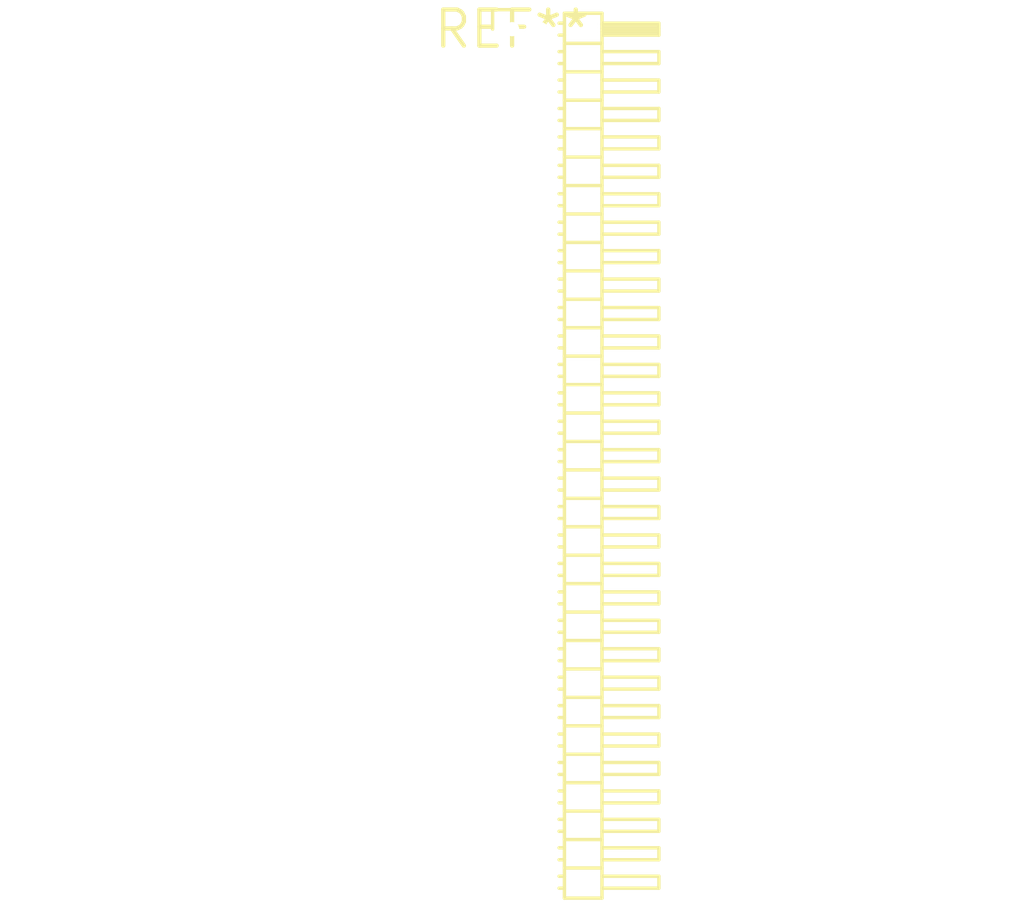
<source format=kicad_pcb>
(kicad_pcb (version 20240108) (generator pcbnew)
  (layers (0 "F.Cu" signal) (31 "B.Cu" signal) (34 "B.Paste" user) (35 "F.Paste" user) (36 "B.SilkS" user "B.Silkscreen") (37 "F.SilkS" user "F.Silkscreen") (38 "B.Mask" user) (39 "F.Mask" user) (44 "Edge.Cuts" user))
  (net 0 "")
  (footprint "PinHeader_2x31_P1.00mm_Horizontal" (layer "F.Cu") (at 0 0)
    (property "Reference" "REF**")
    (property "Value" "PinHeader_2x31_P1.00mm_Horizontal")
    (fp_line (start -0.685 -0.685) (end 0 -0.685) (layer "F.SilkS") (stroke (width 0.12)))
    (fp_line (start -0.685 0) (end -0.685 -0.685) (layer "F.SilkS") (stroke (width 0.12)))
    (fp_line (start 1.652016 -0.21) (end 1.84 -0.21) (layer "F.SilkS") (stroke (width 0.12)))
    (fp_line (start 1.652016 0.21) (end 1.84 0.21) (layer "F.SilkS") (stroke (width 0.12)))
    (fp_line (start 1.652016 0.79) (end 1.84 0.79) (layer "F.SilkS") (stroke (width 0.12)))
    (fp_line (start 1.652016 1.21) (end 1.84 1.21) (layer "F.SilkS") (stroke (width 0.12)))
    (fp_line (start 1.652016 1.79) (end 1.84 1.79) (layer "F.SilkS") (stroke (width 0.12)))
    (fp_line (start 1.652016 2.21) (end 1.84 2.21) (layer "F.SilkS") (stroke (width 0.12)))
    (fp_line (start 1.652016 2.79) (end 1.84 2.79) (layer "F.SilkS") (stroke (width 0.12)))
    (fp_line (start 1.652016 3.21) (end 1.84 3.21) (layer "F.SilkS") (stroke (width 0.12)))
    (fp_line (start 1.652016 3.79) (end 1.84 3.79) (layer "F.SilkS") (stroke (width 0.12)))
    (fp_line (start 1.652016 4.21) (end 1.84 4.21) (layer "F.SilkS") (stroke (width 0.12)))
    (fp_line (start 1.652016 4.79) (end 1.84 4.79) (layer "F.SilkS") (stroke (width 0.12)))
    (fp_line (start 1.652016 5.21) (end 1.84 5.21) (layer "F.SilkS") (stroke (width 0.12)))
    (fp_line (start 1.652016 5.79) (end 1.84 5.79) (layer "F.SilkS") (stroke (width 0.12)))
    (fp_line (start 1.652016 6.21) (end 1.84 6.21) (layer "F.SilkS") (stroke (width 0.12)))
    (fp_line (start 1.652016 6.79) (end 1.84 6.79) (layer "F.SilkS") (stroke (width 0.12)))
    (fp_line (start 1.652016 7.21) (end 1.84 7.21) (layer "F.SilkS") (stroke (width 0.12)))
    (fp_line (start 1.652016 7.79) (end 1.84 7.79) (layer "F.SilkS") (stroke (width 0.12)))
    (fp_line (start 1.652016 8.21) (end 1.84 8.21) (layer "F.SilkS") (stroke (width 0.12)))
    (fp_line (start 1.652016 8.79) (end 1.84 8.79) (layer "F.SilkS") (stroke (width 0.12)))
    (fp_line (start 1.652016 9.21) (end 1.84 9.21) (layer "F.SilkS") (stroke (width 0.12)))
    (fp_line (start 1.652016 9.79) (end 1.84 9.79) (layer "F.SilkS") (stroke (width 0.12)))
    (fp_line (start 1.652016 10.21) (end 1.84 10.21) (layer "F.SilkS") (stroke (width 0.12)))
    (fp_line (start 1.652016 10.79) (end 1.84 10.79) (layer "F.SilkS") (stroke (width 0.12)))
    (fp_line (start 1.652016 11.21) (end 1.84 11.21) (layer "F.SilkS") (stroke (width 0.12)))
    (fp_line (start 1.652016 11.79) (end 1.84 11.79) (layer "F.SilkS") (stroke (width 0.12)))
    (fp_line (start 1.652016 12.21) (end 1.84 12.21) (layer "F.SilkS") (stroke (width 0.12)))
    (fp_line (start 1.652016 12.79) (end 1.84 12.79) (layer "F.SilkS") (stroke (width 0.12)))
    (fp_line (start 1.652016 13.21) (end 1.84 13.21) (layer "F.SilkS") (stroke (width 0.12)))
    (fp_line (start 1.652016 13.79) (end 1.84 13.79) (layer "F.SilkS") (stroke (width 0.12)))
    (fp_line (start 1.652016 14.21) (end 1.84 14.21) (layer "F.SilkS") (stroke (width 0.12)))
    (fp_line (start 1.652016 14.79) (end 1.84 14.79) (layer "F.SilkS") (stroke (width 0.12)))
    (fp_line (start 1.652016 15.21) (end 1.84 15.21) (layer "F.SilkS") (stroke (width 0.12)))
    (fp_line (start 1.652016 15.79) (end 1.84 15.79) (layer "F.SilkS") (stroke (width 0.12)))
    (fp_line (start 1.652016 16.21) (end 1.84 16.21) (layer "F.SilkS") (stroke (width 0.12)))
    (fp_line (start 1.652016 16.79) (end 1.84 16.79) (layer "F.SilkS") (stroke (width 0.12)))
    (fp_line (start 1.652016 17.21) (end 1.84 17.21) (layer "F.SilkS") (stroke (width 0.12)))
    (fp_line (start 1.652016 17.79) (end 1.84 17.79) (layer "F.SilkS") (stroke (width 0.12)))
    (fp_line (start 1.652016 18.21) (end 1.84 18.21) (layer "F.SilkS") (stroke (width 0.12)))
    (fp_line (start 1.652016 18.79) (end 1.84 18.79) (layer "F.SilkS") (stroke (width 0.12)))
    (fp_line (start 1.652016 19.21) (end 1.84 19.21) (layer "F.SilkS") (stroke (width 0.12)))
    (fp_line (start 1.652016 19.79) (end 1.84 19.79) (layer "F.SilkS") (stroke (width 0.12)))
    (fp_line (start 1.652016 20.21) (end 1.84 20.21) (layer "F.SilkS") (stroke (width 0.12)))
    (fp_line (start 1.652016 20.79) (end 1.84 20.79) (layer "F.SilkS") (stroke (width 0.12)))
    (fp_line (start 1.652016 21.21) (end 1.84 21.21) (layer "F.SilkS") (stroke (width 0.12)))
    (fp_line (start 1.652016 21.79) (end 1.84 21.79) (layer "F.SilkS") (stroke (width 0.12)))
    (fp_line (start 1.652016 22.21) (end 1.84 22.21) (layer "F.SilkS") (stroke (width 0.12)))
    (fp_line (start 1.652016 22.79) (end 1.84 22.79) (layer "F.SilkS") (stroke (width 0.12)))
    (fp_line (start 1.652016 23.21) (end 1.84 23.21) (layer "F.SilkS") (stroke (width 0.12)))
    (fp_line (start 1.652016 23.79) (end 1.84 23.79) (layer "F.SilkS") (stroke (width 0.12)))
    (fp_line (start 1.652016 24.21) (end 1.84 24.21) (layer "F.SilkS") (stroke (width 0.12)))
    (fp_line (start 1.652016 24.79) (end 1.84 24.79) (layer "F.SilkS") (stroke (width 0.12)))
    (fp_line (start 1.652016 25.21) (end 1.84 25.21) (layer "F.SilkS") (stroke (width 0.12)))
    (fp_line (start 1.652016 25.79) (end 1.84 25.79) (layer "F.SilkS") (stroke (width 0.12)))
    (fp_line (start 1.652016 26.21) (end 1.84 26.21) (layer "F.SilkS") (stroke (width 0.12)))
    (fp_line (start 1.652016 26.79) (end 1.84 26.79) (layer "F.SilkS") (stroke (width 0.12)))
    (fp_line (start 1.652016 27.21) (end 1.84 27.21) (layer "F.SilkS") (stroke (width 0.12)))
    (fp_line (start 1.652016 27.79) (end 1.84 27.79) (layer "F.SilkS") (stroke (width 0.12)))
    (fp_line (start 1.652016 28.21) (end 1.84 28.21) (layer "F.SilkS") (stroke (width 0.12)))
    (fp_line (start 1.652016 28.79) (end 1.84 28.79) (layer "F.SilkS") (stroke (width 0.12)))
    (fp_line (start 1.652016 29.21) (end 1.84 29.21) (layer "F.SilkS") (stroke (width 0.12)))
    (fp_line (start 1.652016 29.79) (end 1.84 29.79) (layer "F.SilkS") (stroke (width 0.12)))
    (fp_line (start 1.652016 30.21) (end 1.84 30.21) (layer "F.SilkS") (stroke (width 0.12)))
    (fp_line (start 1.84 -0.56) (end 1.84 30.56) (layer "F.SilkS") (stroke (width 0.12)))
    (fp_line (start 1.84 0.5) (end 3.16 0.5) (layer "F.SilkS") (stroke (width 0.12)))
    (fp_line (start 1.84 1.5) (end 3.16 1.5) (layer "F.SilkS") (stroke (width 0.12)))
    (fp_line (start 1.84 2.5) (end 3.16 2.5) (layer "F.SilkS") (stroke (width 0.12)))
    (fp_line (start 1.84 3.5) (end 3.16 3.5) (layer "F.SilkS") (stroke (width 0.12)))
    (fp_line (start 1.84 4.5) (end 3.16 4.5) (layer "F.SilkS") (stroke (width 0.12)))
    (fp_line (start 1.84 5.5) (end 3.16 5.5) (layer "F.SilkS") (stroke (width 0.12)))
    (fp_line (start 1.84 6.5) (end 3.16 6.5) (layer "F.SilkS") (stroke (width 0.12)))
    (fp_line (start 1.84 7.5) (end 3.16 7.5) (layer "F.SilkS") (stroke (width 0.12)))
    (fp_line (start 1.84 8.5) (end 3.16 8.5) (layer "F.SilkS") (stroke (width 0.12)))
    (fp_line (start 1.84 9.5) (end 3.16 9.5) (layer "F.SilkS") (stroke (width 0.12)))
    (fp_line (start 1.84 10.5) (end 3.16 10.5) (layer "F.SilkS") (stroke (width 0.12)))
    (fp_line (start 1.84 11.5) (end 3.16 11.5) (layer "F.SilkS") (stroke (width 0.12)))
    (fp_line (start 1.84 12.5) (end 3.16 12.5) (layer "F.SilkS") (stroke (width 0.12)))
    (fp_line (start 1.84 13.5) (end 3.16 13.5) (layer "F.SilkS") (stroke (width 0.12)))
    (fp_line (start 1.84 14.5) (end 3.16 14.5) (layer "F.SilkS") (stroke (width 0.12)))
    (fp_line (start 1.84 15.5) (end 3.16 15.5) (layer "F.SilkS") (stroke (width 0.12)))
    (fp_line (start 1.84 16.5) (end 3.16 16.5) (layer "F.SilkS") (stroke (width 0.12)))
    (fp_line (start 1.84 17.5) (end 3.16 17.5) (layer "F.SilkS") (stroke (width 0.12)))
    (fp_line (start 1.84 18.5) (end 3.16 18.5) (layer "F.SilkS") (stroke (width 0.12)))
    (fp_line (start 1.84 19.5) (end 3.16 19.5) (layer "F.SilkS") (stroke (width 0.12)))
    (fp_line (start 1.84 20.5) (end 3.16 20.5) (layer "F.SilkS") (stroke (width 0.12)))
    (fp_line (start 1.84 21.5) (end 3.16 21.5) (layer "F.SilkS") (stroke (width 0.12)))
    (fp_line (start 1.84 22.5) (end 3.16 22.5) (layer "F.SilkS") (stroke (width 0.12)))
    (fp_line (start 1.84 23.5) (end 3.16 23.5) (layer "F.SilkS") (stroke (width 0.12)))
    (fp_line (start 1.84 24.5) (end 3.16 24.5) (layer "F.SilkS") (stroke (width 0.12)))
    (fp_line (start 1.84 25.5) (end 3.16 25.5) (layer "F.SilkS") (stroke (width 0.12)))
    (fp_line (start 1.84 26.5) (end 3.16 26.5) (layer "F.SilkS") (stroke (width 0.12)))
    (fp_line (start 1.84 27.5) (end 3.16 27.5) (layer "F.SilkS") (stroke (width 0.12)))
    (fp_line (start 1.84 28.5) (end 3.16 28.5) (layer "F.SilkS") (stroke (width 0.12)))
    (fp_line (start 1.84 29.5) (end 3.16 29.5) (layer "F.SilkS") (stroke (width 0.12)))
    (fp_line (start 1.84 30.56) (end 3.16 30.56) (layer "F.SilkS") (stroke (width 0.12)))
    (fp_line (start 3.16 -0.56) (end 1.84 -0.56) (layer "F.SilkS") (stroke (width 0.12)))
    (fp_line (start 3.16 -0.21) (end 5.16 -0.21) (layer "F.SilkS") (stroke (width 0.12)))
    (fp_line (start 3.16 -0.15) (end 5.16 -0.15) (layer "F.SilkS") (stroke (width 0.12)))
    (fp_line (start 3.16 -0.03) (end 5.16 -0.03) (layer "F.SilkS") (stroke (width 0.12)))
    (fp_line (start 3.16 0.09) (end 5.16 0.09) (layer "F.SilkS") (stroke (width 0.12)))
    (fp_line (start 3.16 0.79) (end 5.16 0.79) (layer "F.SilkS") (stroke (width 0.12)))
    (fp_line (start 3.16 1.79) (end 5.16 1.79) (layer "F.SilkS") (stroke (width 0.12)))
    (fp_line (start 3.16 2.79) (end 5.16 2.79) (layer "F.SilkS") (stroke (width 0.12)))
    (fp_line (start 3.16 3.79) (end 5.16 3.79) (layer "F.SilkS") (stroke (width 0.12)))
    (fp_line (start 3.16 4.79) (end 5.16 4.79) (layer "F.SilkS") (stroke (width 0.12)))
    (fp_line (start 3.16 5.79) (end 5.16 5.79) (layer "F.SilkS") (stroke (width 0.12)))
    (fp_line (start 3.16 6.79) (end 5.16 6.79) (layer "F.SilkS") (stroke (width 0.12)))
    (fp_line (start 3.16 7.79) (end 5.16 7.79) (layer "F.SilkS") (stroke (width 0.12)))
    (fp_line (start 3.16 8.79) (end 5.16 8.79) (layer "F.SilkS") (stroke (width 0.12)))
    (fp_line (start 3.16 9.79) (end 5.16 9.79) (layer "F.SilkS") (stroke (width 0.12)))
    (fp_line (start 3.16 10.79) (end 5.16 10.79) (layer "F.SilkS") (stroke (width 0.12)))
    (fp_line (start 3.16 11.79) (end 5.16 11.79) (layer "F.SilkS") (stroke (width 0.12)))
    (fp_line (start 3.16 12.79) (end 5.16 12.79) (layer "F.SilkS") (stroke (width 0.12)))
    (fp_line (start 3.16 13.79) (end 5.16 13.79) (layer "F.SilkS") (stroke (width 0.12)))
    (fp_line (start 3.16 14.79) (end 5.16 14.79) (layer "F.SilkS") (stroke (width 0.12)))
    (fp_line (start 3.16 15.79) (end 5.16 15.79) (layer "F.SilkS") (stroke (width 0.12)))
    (fp_line (start 3.16 16.79) (end 5.16 16.79) (layer "F.SilkS") (stroke (width 0.12)))
    (fp_line (start 3.16 17.79) (end 5.16 17.79) (layer "F.SilkS") (stroke (width 0.12)))
    (fp_line (start 3.16 18.79) (end 5.16 18.79) (layer "F.SilkS") (stroke (width 0.12)))
    (fp_line (start 3.16 19.79) (end 5.16 19.79) (layer "F.SilkS") (stroke (width 0.12)))
    (fp_line (start 3.16 20.79) (end 5.16 20.79) (layer "F.SilkS") (stroke (width 0.12)))
    (fp_line (start 3.16 21.79) (end 5.16 21.79) (layer "F.SilkS") (stroke (width 0.12)))
    (fp_line (start 3.16 22.79) (end 5.16 22.79) (layer "F.SilkS") (stroke (width 0.12)))
    (fp_line (start 3.16 23.79) (end 5.16 23.79) (layer "F.SilkS") (stroke (width 0.12)))
    (fp_line (start 3.16 24.79) (end 5.16 24.79) (layer "F.SilkS") (stroke (width 0.12)))
    (fp_line (start 3.16 25.79) (end 5.16 25.79) (layer "F.SilkS") (stroke (width 0.12)))
    (fp_line (start 3.16 26.79) (end 5.16 26.79) (layer "F.SilkS") (stroke (width 0.12)))
    (fp_line (start 3.16 27.79) (end 5.16 27.79) (layer "F.SilkS") (stroke (width 0.12)))
    (fp_line (start 3.16 28.79) (end 5.16 28.79) (layer "F.SilkS") (stroke (width 0.12)))
    (fp_line (start 3.16 29.79) (end 5.16 29.79) (layer "F.SilkS") (stroke (width 0.12)))
    (fp_line (start 3.16 30.56) (end 3.16 -0.56) (layer "F.SilkS") (stroke (width 0.12)))
    (fp_line (start 5.16 -0.21) (end 5.16 0.21) (layer "F.SilkS") (stroke (width 0.12)))
    (fp_line (start 5.16 0.21) (end 3.16 0.21) (layer "F.SilkS") (stroke (width 0.12)))
    (fp_line (start 5.16 0.79) (end 5.16 1.21) (layer "F.SilkS") (stroke (width 0.12)))
    (fp_line (start 5.16 1.21) (end 3.16 1.21) (layer "F.SilkS") (stroke (width 0.12)))
    (fp_line (start 5.16 1.79) (end 5.16 2.21) (layer "F.SilkS") (stroke (width 0.12)))
    (fp_line (start 5.16 2.21) (end 3.16 2.21) (layer "F.SilkS") (stroke (width 0.12)))
    (fp_line (start 5.16 2.79) (end 5.16 3.21) (layer "F.SilkS") (stroke (width 0.12)))
    (fp_line (start 5.16 3.21) (end 3.16 3.21) (layer "F.SilkS") (stroke (width 0.12)))
    (fp_line (start 5.16 3.79) (end 5.16 4.21) (layer "F.SilkS") (stroke (width 0.12)))
    (fp_line (start 5.16 4.21) (end 3.16 4.21) (layer "F.SilkS") (stroke (width 0.12)))
    (fp_line (start 5.16 4.79) (end 5.16 5.21) (layer "F.SilkS") (stroke (width 0.12)))
    (fp_line (start 5.16 5.21) (end 3.16 5.21) (layer "F.SilkS") (stroke (width 0.12)))
    (fp_line (start 5.16 5.79) (end 5.16 6.21) (layer "F.SilkS") (stroke (width 0.12)))
    (fp_line (start 5.16 6.21) (end 3.16 6.21) (layer "F.SilkS") (stroke (width 0.12)))
    (fp_line (start 5.16 6.79) (end 5.16 7.21) (layer "F.SilkS") (stroke (width 0.12)))
    (fp_line (start 5.16 7.21) (end 3.16 7.21) (layer "F.SilkS") (stroke (width 0.12)))
    (fp_line (start 5.16 7.79) (end 5.16 8.21) (layer "F.SilkS") (stroke (width 0.12)))
    (fp_line (start 5.16 8.21) (end 3.16 8.21) (layer "F.SilkS") (stroke (width 0.12)))
    (fp_line (start 5.16 8.79) (end 5.16 9.21) (layer "F.SilkS") (stroke (width 0.12)))
    (fp_line (start 5.16 9.21) (end 3.16 9.21) (layer "F.SilkS") (stroke (width 0.12)))
    (fp_line (start 5.16 9.79) (end 5.16 10.21) (layer "F.SilkS") (stroke (width 0.12)))
    (fp_line (start 5.16 10.21) (end 3.16 10.21) (layer "F.SilkS") (stroke (width 0.12)))
    (fp_line (start 5.16 10.79) (end 5.16 11.21) (layer "F.SilkS") (stroke (width 0.12)))
    (fp_line (start 5.16 11.21) (end 3.16 11.21) (layer "F.SilkS") (stroke (width 0.12)))
    (fp_line (start 5.16 11.79) (end 5.16 12.21) (layer "F.SilkS") (stroke (width 0.12)))
    (fp_line (start 5.16 12.21) (end 3.16 12.21) (layer "F.SilkS") (stroke (width 0.12)))
    (fp_line (start 5.16 12.79) (end 5.16 13.21) (layer "F.SilkS") (stroke (width 0.12)))
    (fp_line (start 5.16 13.21) (end 3.16 13.21) (layer "F.SilkS") (stroke (width 0.12)))
    (fp_line (start 5.16 13.79) (end 5.16 14.21) (layer "F.SilkS") (stroke (width 0.12)))
    (fp_line (start 5.16 14.21) (end 3.16 14.21) (layer "F.SilkS") (stroke (width 0.12)))
    (fp_line (start 5.16 14.79) (end 5.16 15.21) (layer "F.SilkS") (stroke (width 0.12)))
    (fp_line (start 5.16 15.21) (end 3.16 15.21) (layer "F.SilkS") (stroke (width 0.12)))
    (fp_line (start 5.16 15.79) (end 5.16 16.21) (layer "F.SilkS") (stroke (width 0.12)))
    (fp_line (start 5.16 16.21) (end 3.16 16.21) (layer "F.SilkS") (stroke (width 0.12)))
    (fp_line (start 5.16 16.79) (end 5.16 17.21) (layer "F.SilkS") (stroke (width 0.12)))
    (fp_line (start 5.16 17.21) (end 3.16 17.21) (layer "F.SilkS") (stroke (width 0.12)))
    (fp_line (start 5.16 17.79) (end 5.16 18.21) (layer "F.SilkS") (stroke (width 0.12)))
    (fp_line (start 5.16 18.21) (end 3.16 18.21) (layer "F.SilkS") (stroke (width 0.12)))
    (fp_line (start 5.16 18.79) (end 5.16 19.21) (layer "F.SilkS") (stroke (width 0.12)))
    (fp_line (start 5.16 19.21) (end 3.16 19.21) (layer "F.SilkS") (stroke (width 0.12)))
    (fp_line (start 5.16 19.79) (end 5.16 20.21) (layer "F.SilkS") (stroke (width 0.12)))
    (fp_line (start 5.16 20.21) (end 3.16 20.21) (layer "F.SilkS") (stroke (width 0.12)))
    (fp_line (start 5.16 20.79) (end 5.16 21.21) (layer "F.SilkS") (stroke (width 0.12)))
    (fp_line (start 5.16 21.21) (end 3.16 21.21) (layer "F.SilkS") (stroke (width 0.12)))
    (fp_line (start 5.16 21.79) (end 5.16 22.21) (layer "F.SilkS") (stroke (width 0.12)))
    (fp_line (start 5.16 22.21) (end 3.16 22.21) (layer "F.SilkS") (stroke (width 0.12)))
    (fp_line (start 5.16 22.79) (end 5.16 23.21) (layer "F.SilkS") (stroke (width 0.12)))
    (fp_line (start 5.16 23.21) (end 3.16 23.21) (layer "F.SilkS") (stroke (width 0.12)))
    (fp_line (start 5.16 23.79) (end 5.16 24.21) (layer "F.SilkS") (stroke (width 0.12)))
    (fp_line (start 5.16 24.21) (end 3.16 24.21) (layer "F.SilkS") (stroke (width 0.12)))
    (fp_line (start 5.16 24.79) (end 5.16 25.21) (layer "F.SilkS") (stroke (width 0.12)))
    (fp_line (start 5.16 25.21) (end 3.16 25.21) (layer "F.SilkS") (stroke (width 0.12)))
    (fp_line (start 5.16 25.79) (end 5.16 26.21) (layer "F.SilkS") (stroke (width 0.12)))
    (fp_line (start 5.16 26.21) (end 3.16 26.21) (layer "F.SilkS") (stroke (width 0.12)))
    (fp_line (start 5.16 26.79) (end 5.16 27.21) (layer "F.SilkS") (stroke (width 0.12)))
    (fp_line (start 5.16 27.21) (end 3.16 27.21) (layer "F.SilkS") (stroke (width 0.12)))
    (fp_line (start 5.16 27.79) (end 5.16 28.21) (layer "F.SilkS") (stroke (width 0.12)))
    (fp_line (start 5.16 28.21) (end 3.16 28.21) (layer "F.SilkS") (stroke (width 0.12)))
    (fp_line (start 5.16 28.79) (end 5.16 29.21) (layer "F.SilkS") (stroke (width 0.12)))
    (fp_line (start 5.16 29.21) (end 3.16 29.21) (layer "F.SilkS") (stroke (width 0.12)))
    (fp_line (start 5.16 29.79) (end 5.16 30.21) (layer "F.SilkS") (stroke (width 0.12)))
    (fp_line (start 5.16 30.21) (end 3.16 30.21) (layer "F.SilkS") (stroke (width 0.12)))
    (pad "1" thru_hole rect (at 0 0) (size 0.85 0.85) (drill 0.5) (layers *.Cu *.Mask) (remove_unused_layers))
    (pad "2" thru_hole oval (at 1 0) (size 0.85 0.85) (drill 0.5) (layers *.Cu *.Mask) (remove_unused_layers))
    (pad "3" thru_hole oval (at 0 1) (size 0.85 0.85) (drill 0.5) (layers *.Cu *.Mask) (remove_unused_layers))
    (pad "4" thru_hole oval (at 1 1) (size 0.85 0.85) (drill 0.5) (layers *.Cu *.Mask) (remove_unused_layers))
    (pad "5" thru_hole oval (at 0 2) (size 0.85 0.85) (drill 0.5) (layers *.Cu *.Mask) (remove_unused_layers))
    (pad "6" thru_hole oval (at 1 2) (size 0.85 0.85) (drill 0.5) (layers *.Cu *.Mask) (remove_unused_layers))
    (pad "7" thru_hole oval (at 0 3) (size 0.85 0.85) (drill 0.5) (layers *.Cu *.Mask) (remove_unused_layers))
    (pad "8" thru_hole oval (at 1 3) (size 0.85 0.85) (drill 0.5) (layers *.Cu *.Mask) (remove_unused_layers))
    (pad "9" thru_hole oval (at 0 4) (size 0.85 0.85) (drill 0.5) (layers *.Cu *.Mask) (remove_unused_layers))
    (pad "10" thru_hole oval (at 1 4) (size 0.85 0.85) (drill 0.5) (layers *.Cu *.Mask) (remove_unused_layers))
    (pad "11" thru_hole oval (at 0 5) (size 0.85 0.85) (drill 0.5) (layers *.Cu *.Mask) (remove_unused_layers))
    (pad "12" thru_hole oval (at 1 5) (size 0.85 0.85) (drill 0.5) (layers *.Cu *.Mask) (remove_unused_layers))
    (pad "13" thru_hole oval (at 0 6) (size 0.85 0.85) (drill 0.5) (layers *.Cu *.Mask) (remove_unused_layers))
    (pad "14" thru_hole oval (at 1 6) (size 0.85 0.85) (drill 0.5) (layers *.Cu *.Mask) (remove_unused_layers))
    (pad "15" thru_hole oval (at 0 7) (size 0.85 0.85) (drill 0.5) (layers *.Cu *.Mask) (remove_unused_layers))
    (pad "16" thru_hole oval (at 1 7) (size 0.85 0.85) (drill 0.5) (layers *.Cu *.Mask) (remove_unused_layers))
    (pad "17" thru_hole oval (at 0 8) (size 0.85 0.85) (drill 0.5) (layers *.Cu *.Mask) (remove_unused_layers))
    (pad "18" thru_hole oval (at 1 8) (size 0.85 0.85) (drill 0.5) (layers *.Cu *.Mask) (remove_unused_layers))
    (pad "19" thru_hole oval (at 0 9) (size 0.85 0.85) (drill 0.5) (layers *.Cu *.Mask) (remove_unused_layers))
    (pad "20" thru_hole oval (at 1 9) (size 0.85 0.85) (drill 0.5) (layers *.Cu *.Mask) (remove_unused_layers))
    (pad "21" thru_hole oval (at 0 10) (size 0.85 0.85) (drill 0.5) (layers *.Cu *.Mask) (remove_unused_layers))
    (pad "22" thru_hole oval (at 1 10) (size 0.85 0.85) (drill 0.5) (layers *.Cu *.Mask) (remove_unused_layers))
    (pad "23" thru_hole oval (at 0 11) (size 0.85 0.85) (drill 0.5) (layers *.Cu *.Mask) (remove_unused_layers))
    (pad "24" thru_hole oval (at 1 11) (size 0.85 0.85) (drill 0.5) (layers *.Cu *.Mask) (remove_unused_layers))
    (pad "25" thru_hole oval (at 0 12) (size 0.85 0.85) (drill 0.5) (layers *.Cu *.Mask) (remove_unused_layers))
    (pad "26" thru_hole oval (at 1 12) (size 0.85 0.85) (drill 0.5) (layers *.Cu *.Mask) (remove_unused_layers))
    (pad "27" thru_hole oval (at 0 13) (size 0.85 0.85) (drill 0.5) (layers *.Cu *.Mask) (remove_unused_layers))
    (pad "28" thru_hole oval (at 1 13) (size 0.85 0.85) (drill 0.5) (layers *.Cu *.Mask) (remove_unused_layers))
    (pad "29" thru_hole oval (at 0 14) (size 0.85 0.85) (drill 0.5) (layers *.Cu *.Mask) (remove_unused_layers))
    (pad "30" thru_hole oval (at 1 14) (size 0.85 0.85) (drill 0.5) (layers *.Cu *.Mask) (remove_unused_layers))
    (pad "31" thru_hole oval (at 0 15) (size 0.85 0.85) (drill 0.5) (layers *.Cu *.Mask) (remove_unused_layers))
    (pad "32" thru_hole oval (at 1 15) (size 0.85 0.85) (drill 0.5) (layers *.Cu *.Mask) (remove_unused_layers))
    (pad "33" thru_hole oval (at 0 16) (size 0.85 0.85) (drill 0.5) (layers *.Cu *.Mask) (remove_unused_layers))
    (pad "34" thru_hole oval (at 1 16) (size 0.85 0.85) (drill 0.5) (layers *.Cu *.Mask) (remove_unused_layers))
    (pad "35" thru_hole oval (at 0 17) (size 0.85 0.85) (drill 0.5) (layers *.Cu *.Mask) (remove_unused_layers))
    (pad "36" thru_hole oval (at 1 17) (size 0.85 0.85) (drill 0.5) (layers *.Cu *.Mask) (remove_unused_layers))
    (pad "37" thru_hole oval (at 0 18) (size 0.85 0.85) (drill 0.5) (layers *.Cu *.Mask) (remove_unused_layers))
    (pad "38" thru_hole oval (at 1 18) (size 0.85 0.85) (drill 0.5) (layers *.Cu *.Mask) (remove_unused_layers))
    (pad "39" thru_hole oval (at 0 19) (size 0.85 0.85) (drill 0.5) (layers *.Cu *.Mask) (remove_unused_layers))
    (pad "40" thru_hole oval (at 1 19) (size 0.85 0.85) (drill 0.5) (layers *.Cu *.Mask) (remove_unused_layers))
    (pad "41" thru_hole oval (at 0 20) (size 0.85 0.85) (drill 0.5) (layers *.Cu *.Mask) (remove_unused_layers))
    (pad "42" thru_hole oval (at 1 20) (size 0.85 0.85) (drill 0.5) (layers *.Cu *.Mask) (remove_unused_layers))
    (pad "43" thru_hole oval (at 0 21) (size 0.85 0.85) (drill 0.5) (layers *.Cu *.Mask) (remove_unused_layers))
    (pad "44" thru_hole oval (at 1 21) (size 0.85 0.85) (drill 0.5) (layers *.Cu *.Mask) (remove_unused_layers))
    (pad "45" thru_hole oval (at 0 22) (size 0.85 0.85) (drill 0.5) (layers *.Cu *.Mask) (remove_unused_layers))
    (pad "46" thru_hole oval (at 1 22) (size 0.85 0.85) (drill 0.5) (layers *.Cu *.Mask) (remove_unused_layers))
    (pad "47" thru_hole oval (at 0 23) (size 0.85 0.85) (drill 0.5) (layers *.Cu *.Mask) (remove_unused_layers))
    (pad "48" thru_hole oval (at 1 23) (size 0.85 0.85) (drill 0.5) (layers *.Cu *.Mask) (remove_unused_layers))
    (pad "49" thru_hole oval (at 0 24) (size 0.85 0.85) (drill 0.5) (layers *.Cu *.Mask) (remove_unused_layers))
    (pad "50" thru_hole oval (at 1 24) (size 0.85 0.85) (drill 0.5) (layers *.Cu *.Mask) (remove_unused_layers))
    (pad "51" thru_hole oval (at 0 25) (size 0.85 0.85) (drill 0.5) (layers *.Cu *.Mask) (remove_unused_layers))
    (pad "52" thru_hole oval (at 1 25) (size 0.85 0.85) (drill 0.5) (layers *.Cu *.Mask) (remove_unused_layers))
    (pad "53" thru_hole oval (at 0 26) (size 0.85 0.85) (drill 0.5) (layers *.Cu *.Mask) (remove_unused_layers))
    (pad "54" thru_hole oval (at 1 26) (size 0.85 0.85) (drill 0.5) (layers *.Cu *.Mask) (remove_unused_layers))
    (pad "55" thru_hole oval (at 0 27) (size 0.85 0.85) (drill 0.5) (layers *.Cu *.Mask) (remove_unused_layers))
    (pad "56" thru_hole oval (at 1 27) (size 0.85 0.85) (drill 0.5) (layers *.Cu *.Mask) (remove_unused_layers))
    (pad "57" thru_hole oval (at 0 28) (size 0.85 0.85) (drill 0.5) (layers *.Cu *.Mask) (remove_unused_layers))
    (pad "58" thru_hole oval (at 1 28) (size 0.85 0.85) (drill 0.5) (layers *.Cu *.Mask) (remove_unused_layers))
    (pad "59" thru_hole oval (at 0 29) (size 0.85 0.85) (drill 0.5) (layers *.Cu *.Mask) (remove_unused_layers))
    (pad "60" thru_hole oval (at 1 29) (size 0.85 0.85) (drill 0.5) (layers *.Cu *.Mask) (remove_unused_layers))
    (pad "61" thru_hole oval (at 0 30) (size 0.85 0.85) (drill 0.5) (layers *.Cu *.Mask) (remove_unused_layers))
    (pad "62" thru_hole oval (at 1 30) (size 0.85 0.85) (drill 0.5) (layers *.Cu *.Mask) (remove_unused_layers))
  )
)
</source>
